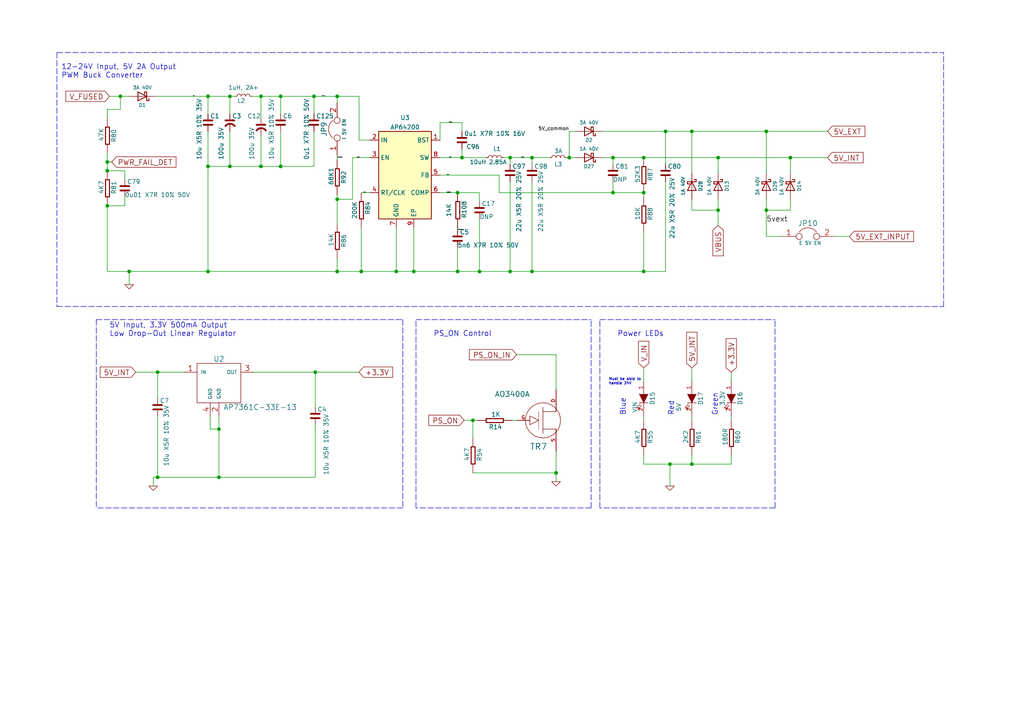
<source format=kicad_sch>
(kicad_sch (version 20211123) (generator eeschema)
  (paper "A4")
  (title_block (title "Duet 2") (date "2023-04-06") (rev "1.06") (company "Duet3D") (comment 1 "https://github.com/T3P3/Duet/blob/master/LICENSE"))
  (lib_symbols
    (symbol "Device:D_Schottky" (pin_numbers hide) (pin_names (offset 1.016) hide)
      (property "Reference" "D" (at 0 2.54 0))
      (property "Value" "D_Schottky" (at 0 -2.54 0))
      (symbol "D_Schottky_0_1"
        (polyline (pts (xy 1.27 0) (xy -1.27 0)))
        (polyline (pts (xy 1.27 1.27) (xy 1.27 -1.27) (xy -1.27 0) (xy 1.27 1.27)) (stroke (width 0.254)))
        (polyline (pts (xy -1.905 0.635) (xy -1.905 1.27) (xy -1.27 1.27) (xy -1.27 -1.27) (xy -0.635 -1.27) (xy -0.635 -0.635)) (stroke (width 0.254)))
      )
      (symbol "D_Schottky_1_1"
        (pin passive line (at -3.81 0 0) (length 2.54) (name "K") (number "1"))
        (pin passive line (at 3.81 0 180) (length 2.54) (name "A") (number "2"))
      )
    )
    (symbol "Duet3:AP64xxx"
      (property "Reference" "U?" (at 0 16.6665 0))
      (property "Value" "AP64xxx" (at 0 13.8914 0))
      (symbol "AP64xxx_0_1"
        (rectangle (start -7.62 12.7) (end 7.62 -12.7) (stroke (width 0.254)) (fill (type background)))
      )
      (symbol "AP64xxx_1_1"
        (pin output line (at 10.16 10.16 180) (length 2.54) (name "BST") (number "1"))
        (pin power_in line (at -10.16 10.16 0) (length 2.54) (name "IN") (number "2"))
        (pin input line (at -10.16 5.08 0) (length 2.54) (name "EN") (number "3"))
        (pin tri_state line (at -10.16 -5.08 0) (length 2.54) (name "RT/CLK") (number "4"))
        (pin input line (at 10.16 0 180) (length 2.54) (name "FB") (number "5"))
        (pin output line (at 10.16 -5.08 180) (length 2.54) (name "COMP") (number "6"))
        (pin power_in line (at -2.54 -15.24 90) (length 2.54) (name "GND") (number "7"))
        (pin power_out line (at 10.16 5.08 180) (length 2.54) (name "SW") (number "8"))
        (pin power_in line (at 2.54 -15.24 90) (length 2.54) (name "EP") (number "9"))
      )
    )
    (symbol "DuetWifi:AP7361C-33E-13" (pin_names (offset 1.016))
      (property "Reference" "U" (at 0 7.62 0))
      (property "Value" "AP7361C-33E-13" (at 1.27 -6.35 0))
      (symbol "AP7361C-33E-13_0_1"
        (rectangle (start -6.35 6.35) (end 6.35 -5.08))
      )
      (symbol "AP7361C-33E-13_1_1"
        (pin power_in line (at -10.16 3.81 0) (length 3.81) (name "IN") (number "1"))
        (pin power_out line (at 0 -8.89 90) (length 3.81) (name "GND") (number "2"))
        (pin power_out line (at 10.16 3.81 180) (length 3.81) (name "OUT") (number "3"))
        (pin power_out line (at -2.54 -8.89 90) (length 3.81) (name "GND") (number "4"))
      )
    )
    (symbol "DuetWifi:BSH105" (pin_names (offset 0.762) hide)
      (property "Reference" "TR" (at -2.4638 6.35 0))
      (property "Value" "BSH105" (at -3.7338 -7.5438 0))
      (symbol "BSH105_0_1"
        (polyline (pts (xy 0 -3.81) (xy 0 3.81)) (stroke (width 0.1524)))
        (polyline (pts (xy 0 -2.54) (xy 3.81 -2.54)))
        (polyline (pts (xy 0 2.54) (xy 3.81 2.54)))
        (polyline (pts (xy -1.27 2.54) (xy -1.27 -2.54) (xy -1.27 -2.54)) (stroke (width 0.1016)))
        (polyline (pts (xy -1.27 0) (xy -3.81 -1.27) (xy -3.81 1.27) (xy -1.27 0) (xy -1.27 0)))
        (circle (center 0 0) (radius 5.08))
      )
      (symbol "BSH105_1_1"
        (pin passive line (at 3.81 8.89 270) (length 6.35) (name "D") (number "D"))
        (pin input line (at -7.62 0 0) (length 3.81) (name "G") (number "G"))
        (pin passive line (at 3.81 -8.89 90) (length 6.35) (name "S") (number "S"))
      )
    )
    (symbol "DuetWifi:C_POL" (pin_numbers hide) (pin_names (offset 0.254))
      (property "Reference" "C" (at 0.635 1.905 0))
      (property "Value" "C_POL" (at 0 -1.905 0))
      (symbol "C_POL_0_0"
        (text "+" (at 0.762 0.889 0) (effects (font (size 0.508 0.508))))
      )
      (symbol "C_POL_0_1"
        (polyline (pts (xy -1.27 0.635) (xy 1.27 0.635)) (stroke (width 0.508)))
        (arc (start 1.397 -1.016) (mid 0.0635 -0.3352) (end -1.27 -1.016) (stroke (width 0.508)))
      )
      (symbol "C_POL_1_1"
        (pin passive line (at 0 2.54 270) (length 1.905) (name "~") (number "1"))
        (pin passive line (at 0 -2.54 90) (length 1.905) (name "~") (number "2"))
      )
    )
    (symbol "DuetWifi:C_SMALL" (pin_numbers hide) (pin_names (offset 0.254))
      (property "Reference" "C" (at 0.635 1.905 0))
      (property "Value" "C_SMALL" (at 0 -1.905 0))
      (symbol "C_SMALL_0_1"
        (polyline (pts (xy -1.27 -0.635) (xy 1.27 -0.635)) (stroke (width 0.508)))
        (polyline (pts (xy -1.27 0.635) (xy 1.27 0.635)) (stroke (width 0.508)))
      )
      (symbol "C_SMALL_1_1"
        (pin passive line (at 0 2.54 270) (length 1.905) (name "~") (number "1"))
        (pin passive line (at 0 -2.54 90) (length 1.905) (name "~") (number "2"))
      )
    )
    (symbol "DuetWifi:GND" (power) (pin_names (offset 0))
      (symbol "GND_0_1"
        (polyline (pts (xy -1.27 0) (xy 0 -1.27) (xy 1.27 0) (xy -1.27 0)))
      )
      (symbol "GND_1_1"
        (pin power_in line (at 0 0 90) (length 0) hide (name "GND") (number "1"))
      )
    )
    (symbol "DuetWifi:JUMPER" (pin_names (offset 0.762) hide)
      (property "Reference" "JP" (at 0 3.81 0))
      (property "Value" "JUMPER" (at 0 -2.032 0))
      (symbol "JUMPER_0_1"
        (circle (center -2.54 0) (radius 0.889))
        (arc (start 2.5146 1.27) (mid 0.0127 2.5097) (end -2.4892 1.27))
        (circle (center 2.54 0) (radius 0.889))
        (pin passive line (at -7.62 0 0) (length 4.191) (name "1") (number "1"))
        (pin passive line (at 7.62 0 180) (length 4.191) (name "2") (number "2"))
      )
    )
    (symbol "DuetWifi:LED" (pin_names (offset 1.016) hide)
      (property "Reference" "D" (at 0 2.54 0))
      (property "Value" "LED" (at 0 -2.54 0))
      (symbol "LED_0_1"
        (polyline (pts (xy 1.27 1.27) (xy 1.27 -1.27)))
        (polyline (pts (xy -1.27 1.27) (xy 1.27 0) (xy -1.27 -1.27)) (fill (type outline)))
        (polyline (pts (xy 1.651 -1.016) (xy 2.794 -2.032) (xy 2.667 -1.397)))
        (polyline (pts (xy 2.032 -0.635) (xy 3.175 -1.651) (xy 3.048 -1.016)))
      )
      (symbol "LED_1_1"
        (pin passive line (at -5.08 0 0) (length 3.81) (name "A") (number "1"))
        (pin passive line (at 5.08 0 180) (length 3.81) (name "K") (number "2"))
      )
    )
    (symbol "DuetWifi:L_MINI" (pin_numbers hide) (pin_names (offset 0) hide)
      (property "Reference" "L" (at -1.905 -1.27 0))
      (property "Value" "L_MINI" (at 0 1.27 0))
      (symbol "L_MINI_0_1"
        (arc (start -1.905 0) (mid -1.27 -0.635) (end -0.635 0))
        (arc (start -0.635 0) (mid 0 -0.635) (end 0.635 0))
        (arc (start 0.635 0) (mid 1.27 -0.635) (end 1.905 0))
      )
      (symbol "L_MINI_1_1"
        (pin passive line (at -2.54 0 0) (length 0.635) (name "A") (number "1"))
        (pin passive line (at 2.54 0 180) (length 0.635) (name "B") (number "2"))
      )
    )
    (symbol "DuetWifi:R_SMALL" (pin_numbers hide) (pin_names (offset 0))
      (property "Reference" "R" (at 1.905 0.2032 90))
      (property "Value" "R_SMALL" (at -1.7272 0.3048 90))
      (symbol "R_SMALL_0_1"
        (rectangle (start -0.508 2.4892) (end 0.635 -2.4892) (stroke (width 0.3048)))
      )
      (symbol "R_SMALL_1_1"
        (pin passive line (at 0 5.08 270) (length 2.54) (name "~") (number "1"))
        (pin passive line (at 0 -5.08 90) (length 2.54) (name "~") (number "2"))
      )
    )
  )
  (junction (at 133.985 45.72))
  (junction (at 31.115 59.69))
  (junction (at 81.407 48.26))
  (junction (at 139.065 78.74))
  (junction (at 91.44 107.95))
  (junction (at 66.675 48.26))
  (junction (at 147.955 78.74))
  (junction (at 193.04 38.1))
  (junction (at 114.935 78.74))
  (junction (at 208.28 60.96))
  (junction (at 45.72 107.95))
  (junction (at 97.79 57.785))
  (junction (at 31.115 46.99))
  (junction (at 194.31 134.62))
  (junction (at 186.69 45.72))
  (junction (at 154.305 78.74))
  (junction (at 200.66 134.62))
  (junction (at 154.305 45.72))
  (junction (at 97.79 78.74))
  (junction (at 75.692 48.26))
  (junction (at 222.25 38.1))
  (junction (at 132.715 78.74))
  (junction (at 147.955 45.72))
  (junction (at 137.16 121.92))
  (junction (at 161.29 137.16))
  (junction (at 63.5 138.43))
  (junction (at 97.79 27.94))
  (junction (at 177.8 45.72))
  (junction (at 60.325 78.74))
  (junction (at 63.5 124.46))
  (junction (at 186.69 55.88))
  (junction (at 208.28 45.72))
  (junction (at 66.675 27.94))
  (junction (at 34.925 27.94))
  (junction (at 165.1 45.72))
  (junction (at 222.25 60.96))
  (junction (at 177.8 55.88))
  (junction (at 229.235 45.72))
  (junction (at 104.775 78.74))
  (junction (at 45.72 138.43))
  (junction (at 132.715 55.88))
  (junction (at 120.015 78.74))
  (junction (at 186.69 78.74))
  (junction (at 81.407 27.94))
  (junction (at 200.66 38.1))
  (junction (at 60.325 27.94))
  (junction (at 31.115 49.53))
  (junction (at 60.325 48.26))
  (junction (at 75.692 27.94))
  (junction (at 91.059 27.94))
  (junction (at 37.465 78.74))
  (wire (pts (xy 102.235 57.785) (xy 97.79 57.785)))
  (wire (pts (xy 208.28 65.405) (xy 208.28 60.96)))
  (wire (pts (xy 63.5 138.43) (xy 91.44 138.43)))
  (wire (pts (xy 174.625 45.72) (xy 177.8 45.72)))
  (polyline (pts (xy 116.84 92.71) (xy 116.84 147.32)))
  (wire (pts (xy 133.985 45.72) (xy 140.97 45.72)))
  (wire (pts (xy 66.675 33.02) (xy 66.675 27.94)))
  (wire (pts (xy 81.407 48.26) (xy 91.059 48.26)))
  (wire (pts (xy 144.78 55.88) (xy 177.8 55.88)))
  (wire (pts (xy 132.715 78.74) (xy 120.015 78.74)))
  (wire (pts (xy 161.29 130.81) (xy 161.29 137.16)))
  (wire (pts (xy 32.385 46.99) (xy 31.115 46.99)))
  (wire (pts (xy 31.115 31.75) (xy 34.925 31.75)))
  (wire (pts (xy 177.8 45.72) (xy 186.69 45.72)))
  (wire (pts (xy 222.25 68.58) (xy 222.25 60.96)))
  (wire (pts (xy 97.79 29.845) (xy 97.79 27.94)))
  (wire (pts (xy 60.325 38.1) (xy 60.325 48.26)))
  (wire (pts (xy 146.05 45.72) (xy 147.955 45.72)))
  (wire (pts (xy 226.695 68.58) (xy 222.25 68.58)))
  (wire (pts (xy 104.14 40.64) (xy 104.14 27.94)))
  (wire (pts (xy 60.325 27.94) (xy 60.325 33.02)))
  (polyline (pts (xy 173.99 147.32) (xy 173.99 92.71)))
  (wire (pts (xy 81.407 27.94) (xy 81.407 33.02)))
  (wire (pts (xy 174.625 38.1) (xy 193.04 38.1)))
  (wire (pts (xy 63.5 124.46) (xy 63.5 138.43)))
  (wire (pts (xy 114.935 78.74) (xy 104.775 78.74)))
  (wire (pts (xy 127.635 35.56) (xy 133.985 35.56)))
  (wire (pts (xy 200.66 38.1) (xy 222.25 38.1)))
  (wire (pts (xy 31.115 46.99) (xy 31.115 49.53)))
  (wire (pts (xy 194.31 134.62) (xy 194.31 140.97)))
  (wire (pts (xy 186.69 67.31) (xy 186.69 78.74)))
  (wire (pts (xy 186.69 134.62) (xy 186.69 132.08)))
  (wire (pts (xy 34.925 27.94) (xy 37.465 27.94)))
  (wire (pts (xy 127.635 45.72) (xy 133.985 45.72)))
  (wire (pts (xy 134.62 121.92) (xy 137.16 121.92)))
  (wire (pts (xy 91.44 107.95) (xy 91.44 118.11)))
  (wire (pts (xy 60.325 27.94) (xy 66.675 27.94)))
  (wire (pts (xy 60.325 48.26) (xy 66.675 48.26)))
  (wire (pts (xy 200.66 121.92) (xy 200.66 120.65)))
  (wire (pts (xy 147.955 52.705) (xy 147.955 78.74)))
  (wire (pts (xy 75.692 48.26) (xy 81.407 48.26)))
  (polyline (pts (xy 27.94 92.71) (xy 116.84 92.71)))
  (wire (pts (xy 193.04 38.1) (xy 200.66 38.1)))
  (wire (pts (xy 91.059 27.94) (xy 91.059 33.02)))
  (wire (pts (xy 193.04 52.705) (xy 193.04 78.74)))
  (wire (pts (xy 200.66 106.68) (xy 200.66 110.49)))
  (wire (pts (xy 60.96 124.46) (xy 63.5 124.46)))
  (wire (pts (xy 194.31 134.62) (xy 200.66 134.62)))
  (wire (pts (xy 37.465 78.74) (xy 60.325 78.74)))
  (wire (pts (xy 229.235 60.96) (xy 222.25 60.96)))
  (wire (pts (xy 31.75 27.94) (xy 34.925 27.94)))
  (wire (pts (xy 107.315 40.64) (xy 104.14 40.64)))
  (wire (pts (xy 137.16 121.92) (xy 138.43 121.92)))
  (wire (pts (xy 200.66 134.62) (xy 212.09 134.62)))
  (wire (pts (xy 137.16 137.16) (xy 161.29 137.16)))
  (wire (pts (xy 44.45 138.43) (xy 45.72 138.43)))
  (wire (pts (xy 91.44 138.43) (xy 91.44 123.19)))
  (wire (pts (xy 37.465 78.74) (xy 37.465 82.55)))
  (wire (pts (xy 97.79 27.94) (xy 91.059 27.94)))
  (wire (pts (xy 154.305 47.625) (xy 154.305 45.72)))
  (wire (pts (xy 127.635 40.64) (xy 127.635 35.56)))
  (wire (pts (xy 66.675 27.94) (xy 68.072 27.94)))
  (wire (pts (xy 132.715 71.755) (xy 132.715 78.74)))
  (wire (pts (xy 161.29 102.87) (xy 149.86 102.87)))
  (wire (pts (xy 31.115 49.53) (xy 36.195 49.53)))
  (wire (pts (xy 186.69 134.62) (xy 194.31 134.62)))
  (wire (pts (xy 75.692 34.29) (xy 75.692 27.94)))
  (wire (pts (xy 91.44 107.95) (xy 104.14 107.95)))
  (polyline (pts (xy 16.51 15.24) (xy 273.685 15.24)))
  (wire (pts (xy 75.692 39.37) (xy 75.692 48.26)))
  (wire (pts (xy 177.8 45.72) (xy 177.8 47.625)))
  (wire (pts (xy 120.015 78.74) (xy 114.935 78.74)))
  (wire (pts (xy 120.015 66.04) (xy 120.015 78.74)))
  (wire (pts (xy 39.37 107.95) (xy 45.72 107.95)))
  (wire (pts (xy 222.25 57.785) (xy 222.25 60.96)))
  (wire (pts (xy 165.1 38.1) (xy 167.005 38.1)))
  (wire (pts (xy 165.1 45.72) (xy 167.005 45.72)))
  (wire (pts (xy 45.72 120.65) (xy 45.72 138.43)))
  (wire (pts (xy 200.66 60.96) (xy 208.28 60.96)))
  (wire (pts (xy 63.5 120.65) (xy 63.5 124.46)))
  (wire (pts (xy 241.935 68.58) (xy 246.38 68.58)))
  (polyline (pts (xy 273.685 88.9) (xy 273.685 15.24)))
  (polyline (pts (xy 16.51 88.9) (xy 273.685 88.9)))
  (polyline (pts (xy 120.65 147.32) (xy 120.65 92.71)))
  (wire (pts (xy 60.325 48.26) (xy 60.325 78.74)))
  (wire (pts (xy 229.235 45.72) (xy 229.235 50.165)))
  (wire (pts (xy 200.66 57.785) (xy 200.66 60.96)))
  (wire (pts (xy 107.315 55.88) (xy 104.775 55.88)))
  (wire (pts (xy 186.69 106.68) (xy 186.69 110.49)))
  (wire (pts (xy 222.25 38.1) (xy 240.03 38.1)))
  (wire (pts (xy 45.72 107.95) (xy 45.72 115.57)))
  (polyline (pts (xy 224.79 147.32) (xy 173.99 147.32)))
  (wire (pts (xy 165.1 38.1) (xy 165.1 45.72)))
  (wire (pts (xy 31.115 34.29) (xy 31.115 31.75)))
  (wire (pts (xy 186.69 78.74) (xy 154.305 78.74)))
  (wire (pts (xy 147.955 78.74) (xy 139.065 78.74)))
  (wire (pts (xy 139.065 63.5) (xy 139.065 78.74)))
  (wire (pts (xy 212.09 134.62) (xy 212.09 132.08)))
  (wire (pts (xy 31.115 44.45) (xy 31.115 46.99)))
  (wire (pts (xy 66.675 48.26) (xy 75.692 48.26)))
  (wire (pts (xy 97.79 57.785) (xy 97.79 56.515)))
  (wire (pts (xy 34.925 31.75) (xy 34.925 27.94)))
  (wire (pts (xy 177.8 52.705) (xy 177.8 55.88)))
  (wire (pts (xy 154.305 52.705) (xy 154.305 78.74)))
  (wire (pts (xy 147.955 45.72) (xy 154.305 45.72)))
  (wire (pts (xy 212.09 107.95) (xy 212.09 110.49)))
  (wire (pts (xy 36.195 59.69) (xy 36.195 57.15)))
  (wire (pts (xy 132.715 55.88) (xy 127.635 55.88)))
  (polyline (pts (xy 173.99 92.71) (xy 224.79 92.71)))
  (wire (pts (xy 73.152 27.94) (xy 75.692 27.94)))
  (polyline (pts (xy 27.94 92.71) (xy 27.94 147.32)))
  (wire (pts (xy 208.28 57.785) (xy 208.28 60.96)))
  (wire (pts (xy 75.692 27.94) (xy 81.407 27.94)))
  (wire (pts (xy 45.72 107.95) (xy 53.34 107.95)))
  (polyline (pts (xy 116.84 147.32) (xy 27.94 147.32)))
  (wire (pts (xy 229.235 57.785) (xy 229.235 60.96)))
  (wire (pts (xy 137.16 127) (xy 137.16 121.92)))
  (wire (pts (xy 139.065 78.74) (xy 132.715 78.74)))
  (wire (pts (xy 212.09 121.92) (xy 212.09 120.65)))
  (wire (pts (xy 97.79 74.93) (xy 97.79 78.74)))
  (wire (pts (xy 161.29 113.03) (xy 161.29 102.87)))
  (wire (pts (xy 161.29 137.16) (xy 161.29 139.7)))
  (wire (pts (xy 114.935 66.04) (xy 114.935 78.74)))
  (wire (pts (xy 36.195 49.53) (xy 36.195 52.07)))
  (wire (pts (xy 193.04 78.74) (xy 186.69 78.74)))
  (wire (pts (xy 144.78 50.8) (xy 144.78 55.88)))
  (polyline (pts (xy 16.51 15.24) (xy 16.51 88.9)))
  (wire (pts (xy 149.86 121.92) (xy 148.59 121.92)))
  (wire (pts (xy 66.675 38.1) (xy 66.675 48.26)))
  (wire (pts (xy 132.715 66.675) (xy 132.715 66.04)))
  (wire (pts (xy 193.04 38.1) (xy 193.04 47.625)))
  (wire (pts (xy 133.985 45.72) (xy 133.985 43.18)))
  (wire (pts (xy 107.315 45.72) (xy 102.235 45.72)))
  (wire (pts (xy 97.79 57.785) (xy 97.79 64.77)))
  (wire (pts (xy 208.28 45.72) (xy 229.235 45.72)))
  (wire (pts (xy 154.305 45.72) (xy 159.385 45.72)))
  (wire (pts (xy 31.115 78.74) (xy 37.465 78.74)))
  (wire (pts (xy 154.305 78.74) (xy 147.955 78.74)))
  (wire (pts (xy 177.8 55.88) (xy 186.69 55.88)))
  (wire (pts (xy 186.69 45.72) (xy 208.28 45.72)))
  (wire (pts (xy 81.407 27.94) (xy 91.059 27.94)))
  (wire (pts (xy 45.085 27.94) (xy 60.325 27.94)))
  (wire (pts (xy 97.79 45.085) (xy 97.79 46.355)))
  (wire (pts (xy 81.407 48.26) (xy 81.407 38.1)))
  (wire (pts (xy 97.79 78.74) (xy 104.775 78.74)))
  (wire (pts (xy 200.66 134.62) (xy 200.66 132.08)))
  (wire (pts (xy 200.66 38.1) (xy 200.66 50.165)))
  (wire (pts (xy 104.775 66.04) (xy 104.775 78.74)))
  (wire (pts (xy 31.115 59.69) (xy 31.115 78.74)))
  (polyline (pts (xy 224.79 147.32) (xy 224.79 92.71)))
  (wire (pts (xy 164.465 45.72) (xy 165.1 45.72)))
  (wire (pts (xy 127.635 50.8) (xy 144.78 50.8)))
  (wire (pts (xy 186.69 121.92) (xy 186.69 120.65)))
  (wire (pts (xy 102.235 45.72) (xy 102.235 57.785)))
  (wire (pts (xy 186.69 55.88) (xy 186.69 57.15)))
  (wire (pts (xy 229.235 45.72) (xy 240.03 45.72)))
  (wire (pts (xy 45.72 138.43) (xy 63.5 138.43)))
  (wire (pts (xy 73.66 107.95) (xy 91.44 107.95)))
  (wire (pts (xy 147.955 47.625) (xy 147.955 45.72)))
  (polyline (pts (xy 120.65 92.71) (xy 171.45 92.71)))
  (wire (pts (xy 91.059 48.26) (xy 91.059 38.1)))
  (wire (pts (xy 104.14 27.94) (xy 97.79 27.94)))
  (wire (pts (xy 60.96 120.65) (xy 60.96 124.46)))
  (wire (pts (xy 139.065 58.42) (xy 139.065 55.88)))
  (polyline (pts (xy 171.45 147.32) (xy 171.45 92.71)))
  (wire (pts (xy 222.25 38.1) (xy 222.25 50.165)))
  (wire (pts (xy 208.28 45.72) (xy 208.28 50.165)))
  (wire (pts (xy 44.45 138.43) (xy 44.45 140.97)))
  (wire (pts (xy 31.115 59.69) (xy 36.195 59.69)))
  (wire (pts (xy 139.065 55.88) (xy 132.715 55.88)))
  (wire (pts (xy 133.985 35.56) (xy 133.985 38.1)))
  (wire (pts (xy 60.325 78.74) (xy 97.79 78.74)))
  (polyline (pts (xy 171.45 147.32) (xy 120.65 147.32)))
  (text "Red" (at 195.58 120.65 90) (effects (font (size 1.524 1.524)) (justify left bottom)))
  (text "12-24V Input, 5V 2A Output\nPWM Buck Converter\n" (at 17.78 22.86 0) (effects (font (size 1.524 1.524)) (justify left bottom)))
  (text "Green" (at 208.28 120.65 90) (effects (font (size 1.524 1.524)) (justify left bottom)))
  (text "Must be able to\nhandle 24V" (at 176.53 111.76 0) (effects (font (size 0.762 0.762)) (justify left bottom)))
  (text "Power LEDs" (at 179.07 97.79 0) (effects (font (size 1.524 1.524)) (justify left bottom)))
  (text "5V Input, 3.3V 500mA Output\nLow Drop-Out Linear Regulator" (at 31.75 97.79 0) (effects (font (size 1.524 1.524)) (justify left bottom)))
  (text "PS_ON Control" (at 125.73 97.79 0) (effects (font (size 1.524 1.524)) (justify left bottom)))
  (text "Blue" (at 181.61 120.65 90) (effects (font (size 1.524 1.524)) (justify left bottom)))
  (label "5vcompcap" (at 132.715 66.675 0) (effects (font (size 0.2 0.2))))
  (label "vin" (at 55.88 27.94 0) (effects (font (size 0.2 0.2))))
  (label "5vout" (at 151.13 45.72 0) (effects (font (size 0.2 0.2))))
  (label "5vrt" (at 105.41 55.88 0) (effects (font (size 0.2 0.2))))
  (label "5vfb" (at 129.54 50.8 0) (effects (font (size 0.2 0.2))))
  (label "5vbst" (at 130.175 35.56 0) (effects (font (size 0.2 0.2))))
  (label "5v_in" (at 93.345 27.94 0) (effects (font (size 0.2 0.2))))
  (label "5ven" (at 103.505 45.72 0) (effects (font (size 0.2 0.2))))
  (label "5vext" (at 222.25 64.77 0) (effects (font (size 1.524 1.524))))
  (label "5V_common" (at 165.1 38.1 180) (effects (font (size 1 1))))
  (label "5venjump" (at 97.79 45.72 0) (effects (font (size 0.2 0.2))))
  (label "5vsw" (at 130.175 45.72 0) (effects (font (size 0.2 0.2))))
  (label "5vcomp" (at 129.54 55.88 0) (effects (font (size 0.2 0.2))))
  (global_label "PS_ON" (shape input) (at 134.62 121.92 180) (effects (font (size 1.524 1.524))) (property "Intersheet References" "${INTERSHEET_REFS}" (effects hide)))
  (global_label "5V_INT" (shape input) (at 200.66 106.68 90) (effects (font (size 1.524 1.524))) (property "Intersheet References" "${INTERSHEET_REFS}" (effects hide)))
  (global_label "PS_ON_IN" (shape input) (at 149.86 102.87 180) (effects (font (size 1.524 1.524))) (property "Intersheet References" "${INTERSHEET_REFS}" (effects hide)))
  (global_label "+3.3V" (shape input) (at 212.09 107.95 90) (effects (font (size 1.524 1.524))) (property "Intersheet References" "${INTERSHEET_REFS}" (effects hide)))
  (global_label "5V_INT" (shape input) (at 240.03 45.72 0) (effects (font (size 1.524 1.524))) (property "Intersheet References" "${INTERSHEET_REFS}" (effects hide)))
  (global_label "V_IN" (shape input) (at 186.69 106.68 90) (effects (font (size 1.524 1.524))) (property "Intersheet References" "${INTERSHEET_REFS}" (effects hide)))
  (global_label "V_FUSED" (shape input) (at 31.75 27.94 180) (effects (font (size 1.524 1.524))) (property "Intersheet References" "${INTERSHEET_REFS}" (effects hide)))
  (global_label "+3.3V" (shape input) (at 104.14 107.95 0) (effects (font (size 1.524 1.524))) (property "Intersheet References" "${INTERSHEET_REFS}" (effects hide)))
  (global_label "PWR_FAIL_DET" (shape input) (at 32.385 46.99 0) (effects (font (size 1.524 1.524))) (property "Intersheet References" "${INTERSHEET_REFS}" (effects hide)))
  (global_label "5V_EXT" (shape input) (at 240.03 38.1 0) (effects (font (size 1.524 1.524))) (property "Intersheet References" "${INTERSHEET_REFS}" (effects hide)))
  (global_label "5V_EXT_INPUT" (shape input) (at 246.38 68.58 0) (effects (font (size 1.524 1.524))) (property "Intersheet References" "${INTERSHEET_REFS}" (effects hide)))
  (global_label "VBUS" (shape input) (at 208.28 65.405 270) (effects (font (size 1.524 1.524))) (property "Intersheet References" "${INTERSHEET_REFS}" (effects hide)))
  (global_label "5V_INT" (shape input) (at 39.37 107.95 180) (effects (font (size 1.524 1.524))) (property "Intersheet References" "${INTERSHEET_REFS}" (effects hide)))
  (symbol (lib_id "DuetWifi:GND") (at 37.465 82.55 0) (unit 1)
    (property "Reference" "#PWR049" (effects hide))
    (property "Value" "GND" (effects hide))
  )
  (symbol (lib_id "DuetWifi:GND") (at 44.45 140.97 0) (unit 1)
    (property "Reference" "#PWR048" (effects hide))
    (property "Value" "GND" (effects hide))
  )
  (symbol (lib_id "Device:D_Schottky") (at 208.28 53.975 270) (unit 1)
    (property "Reference" "D13" (at 210.82 53.975 0) (effects (font (size 1.016 1.016))))
    (property "Value" "1A 40V" (at 205.74 53.975 0) (effects (font (size 1.016 1.016))))
    (property "Footprint" "Diode_SMD:D_SOD-123F" (effects hide))
    (property "Part Number" "DSS14UTR / RB162MM-40TR" (effects hide))
  )
  (symbol (lib_id "Device:D_Schottky") (at 41.275 27.94 180) (unit 1)
    (property "Reference" "D1" (at 41.275 30.48 0) (effects (font (size 1.016 1.016))))
    (property "Value" "3A 40V" (at 41.275 25.4 0) (effects (font (size 1.016 1.016))))
    (property "Footprint" "Diode_SMD:D_SMA" (effects hide))
    (property "Part Number" "SK34ATR" (effects hide))
  )
  (symbol (lib_id "DuetWifi:JUMPER") (at 97.79 37.465 90) (unit 1)
    (property "Reference" "JP9" (at 93.98 37.465 0) (effects (font (size 1.524 1.524))))
    (property "Value" "I 5V EN" (at 99.822 37.465 0) (effects (font (size 1.016 1.016))))
    (property "Footprint" "complib:JUMPER" (effects hide))
    (property "Part Number" "THS-02-R" (effects hide))
  )
  (symbol (lib_id "DuetWifi:JUMPER") (at 234.315 68.58 0) (unit 1)
    (property "Reference" "JP10" (at 234.315 64.77 0) (effects (font (size 1.524 1.524))))
    (property "Value" "E 5V EN" (at 234.95 70.485 0) (effects (font (size 1.016 1.016))))
    (property "Footprint" "complib:JUMPER" (effects hide))
    (property "Part Number" "THS-02-R" (effects hide))
  )
  (symbol (lib_id "DuetWifi:GND") (at 161.29 139.7 0) (unit 1)
    (property "Reference" "#PWR047" (effects hide))
    (property "Value" "GND" (effects hide))
  )
  (symbol (lib_id "DuetWifi:BSH105") (at 157.48 121.92 0) (unit 1)
    (property "Reference" "TR7" (at 156.21 129.54 0) (effects (font (size 1.778 1.778))))
    (property "Value" "AO3400A" (at 148.59 114.3 0) (effects (font (size 1.524 1.524))))
    (property "Footprint" "complib:SOT-23" (effects hide))
    (property "Part Number" "AO3400A / AOSS32334C" (effects hide))
  )
  (symbol (lib_id "DuetWifi:LED") (at 186.69 115.57 270) (unit 1)
    (property "Reference" "D15" (at 189.23 115.57 0))
    (property "Value" "VIN" (at 184.15 118.11 0))
    (property "Footprint" "complib:D_0603" (effects hide))
    (property "Part Number" "150060BS75000" (effects hide))
  )
  (symbol (lib_id "DuetWifi:GND") (at 194.31 140.97 0) (unit 1)
    (property "Reference" "#PWR046" (effects hide))
    (property "Value" "GND" (effects hide))
  )
  (symbol (lib_id "DuetWifi:LED") (at 200.66 115.57 270) (unit 1)
    (property "Reference" "D17" (at 203.2 115.57 0))
    (property "Value" "5V" (at 196.85 118.11 0))
    (property "Footprint" "complib:D_0603" (effects hide))
    (property "Part Number" "150060RS75000" (effects hide))
  )
  (symbol (lib_id "DuetWifi:LED") (at 212.09 115.57 270) (unit 1)
    (property "Reference" "D16" (at 214.63 115.57 0))
    (property "Value" "3.3V" (at 209.55 115.57 0))
    (property "Footprint" "complib:D_0603" (effects hide))
    (property "Part Number" "150060VS75000" (effects hide))
  )
  (symbol (lib_id "DuetWifi:L_MINI") (at 143.51 45.72 180) (unit 1)
    (property "Reference" "L1" (at 144.145 43.18 0) (effects (font (size 1.2 1.2))))
    (property "Value" "10uH 2.85A" (at 141.605 46.99 0) (effects (font (size 1.2 1.2))))
    (property "Footprint" "complib:L_6x6" (effects hide))
    (property "Part Number" "74404064100" (effects hide))
  )
  (symbol (lib_id "DuetWifi:C_POL") (at 66.675 35.56 0) (unit 1)
    (property "Reference" "C3" (at 67.31 33.655 0) (effects (justify left)))
    (property "Value" "100u 35V" (at 64.135 46.355 90) (effects (justify left)))
    (property "Footprint" "complib:C_ELEC_6.3x7.7" (effects hide))
    (property "Part Number" "865080545012" (effects hide))
  )
  (symbol (lib_id "DuetWifi:C_SMALL") (at 132.715 69.215 0) (unit 1)
    (property "Reference" "C5" (at 133.35 67.31 0) (effects (justify left)))
    (property "Value" "5n6 X7R 10% 50V" (at 132.715 71.12 0) (effects (justify left)))
    (property "Footprint" "Capacitor_SMD:C_0603_1608Metric_Wbry" (effects hide))
    (property "Part Number" "CL10B562KB8NNNC" (effects hide))
  )
  (symbol (lib_id "DuetWifi:C_SMALL") (at 60.325 35.56 0) (unit 1)
    (property "Reference" "C1" (at 60.96 33.655 0) (effects (justify left)))
    (property "Value" "10u X5R 10% 35V" (at 57.785 46.355 90) (effects (justify left)))
    (property "Footprint" "Capacitor_SMD:C_1206_3216Metric" (effects hide))
    (property "Part Number" "GMK316BJ106KL-T" (effects hide))
  )
  (symbol (lib_id "DuetWifi:C_SMALL") (at 133.985 40.64 0) (unit 1)
    (property "Reference" "C96" (at 135.255 42.545 0) (effects (justify left)))
    (property "Value" "0u1 X7R 10% 16V" (at 134.62 38.735 0) (effects (justify left)))
    (property "Footprint" "Capacitor_SMD:C_0603_1608Metric_Wbry" (effects hide))
    (property "Part Number" "CL10B104KO8NNNC" (effects hide))
  )
  (symbol (lib_id "DuetWifi:C_SMALL") (at 91.44 120.65 0) (unit 1)
    (property "Reference" "C4" (at 92.075 118.745 0) (effects (justify left)))
    (property "Value" "10u X5R 10% 35V" (at 94.615 137.795 90) (effects (justify left)))
    (property "Footprint" "Capacitor_SMD:C_1206_3216Metric" (effects hide))
    (property "Part Number" "GMK316BJ106KL-T" (effects hide))
  )
  (symbol (lib_id "DuetWifi:C_SMALL") (at 147.955 50.165 0) (unit 1)
    (property "Reference" "C97" (at 148.59 48.26 0) (effects (justify left)))
    (property "Value" "22u X5R 20% 25V" (at 150.495 67.31 90) (effects (justify left)))
    (property "Footprint" "Capacitor_SMD:C_0805_2012Metric" (effects hide))
    (property "Part Number" "GRM21BR61E226ME44L" (effects hide))
  )
  (symbol (lib_id "DuetWifi:R_SMALL") (at 104.775 60.96 0) (unit 1)
    (property "Reference" "R84" (at 106.68 60.325 90))
    (property "Value" "200K" (at 102.87 60.96 90))
    (property "Footprint" "Resistor_SMD:R_0603_1608Metric_Wbry" (effects hide))
    (property "Part Number" "RC0603FR-07200KL" (effects hide))
  )
  (symbol (lib_id "DuetWifi:R_SMALL") (at 137.16 132.08 0) (unit 1)
    (property "Reference" "R54" (at 139.065 131.8768 90))
    (property "Value" "4K7" (at 135.4328 131.7752 90))
    (property "Footprint" "Resistor_SMD:R_0603_1608Metric_Wbry" (effects hide))
    (property "Part Number" "ERJ3EKF4701V" (effects hide))
  )
  (symbol (lib_id "DuetWifi:R_SMALL") (at 186.69 127 0) (unit 1)
    (property "Reference" "R55" (at 188.595 126.7968 90))
    (property "Value" "4K7" (at 184.9628 126.6952 90))
    (property "Footprint" "Resistor_SMD:R_0603_1608Metric_Wbry" (effects hide))
    (property "Part Number" "ERJ3EKF4701V" (effects hide))
  )
  (symbol (lib_id "DuetWifi:R_SMALL") (at 200.66 127 0) (unit 1)
    (property "Reference" "R61" (at 202.565 126.7968 90))
    (property "Value" "2K2" (at 198.9328 126.6952 90))
    (property "Footprint" "Resistor_SMD:R_0603_1608Metric_Wbry" (effects hide))
    (property "Part Number" "RMCF0603FT2K20" (effects hide))
  )
  (symbol (lib_id "DuetWifi:R_SMALL") (at 212.09 127 0) (unit 1)
    (property "Reference" "R60" (at 213.995 126.7968 90))
    (property "Value" "180R" (at 210.3628 126.6952 90))
    (property "Footprint" "Resistor_SMD:R_0603_1608Metric_Wbry" (effects hide))
    (property "Part Number" "ERJ3EKF1800V" (effects hide))
  )
  (symbol (lib_id "DuetWifi:R_SMALL") (at 186.69 62.23 0) (unit 1)
    (property "Reference" "R88" (at 188.595 62.0268 90))
    (property "Value" "10K" (at 184.9628 61.9252 90))
    (property "Footprint" "Resistor_SMD:R_0603_1608Metric_Wbry" (effects hide))
    (property "Part Number" "RMCF0603FT10K0" (effects hide))
  )
  (symbol (lib_id "DuetWifi:R_SMALL") (at 186.69 50.8 0) (unit 1)
    (property "Reference" "R87" (at 188.595 50.5968 90))
    (property "Value" "52K3" (at 184.9628 50.4952 90))
    (property "Footprint" "Resistor_SMD:R_0603_1608Metric_Wbry" (effects hide))
    (property "Part Number" "RC0603FR-0752K3L" (effects hide))
  )
  (symbol (lib_id "DuetWifi:L_MINI") (at 70.612 27.94 180) (unit 1)
    (property "Reference" "L2" (at 69.977 29.21 0) (effects (font (size 1.2 1.2))))
    (property "Value" "1uH, 2A+" (at 70.612 25.4 0) (effects (font (size 1.2 1.2))))
    (property "Footprint" "Inductor_SMD:L_1210_3225Metric" (effects hide))
    (property "Part Number" "BRL3225T1R0M" (effects hide))
  )
  (symbol (lib_id "DuetWifi:C_SMALL") (at 81.407 35.56 0) (unit 1)
    (property "Reference" "C6" (at 82.042 33.655 0) (effects (justify left)))
    (property "Value" "10u X5R 10% 35V" (at 78.74 46.355 90) (effects (justify left)))
    (property "Footprint" "Capacitor_SMD:C_1206_3216Metric" (effects hide))
    (property "Part Number" "GMK316BJ106KL-T" (effects hide))
  )
  (symbol (lib_id "DuetWifi:C_SMALL") (at 45.72 118.11 0) (unit 1)
    (property "Reference" "C7" (at 46.355 116.205 0) (effects (justify left)))
    (property "Value" "10u X5R 10% 35V" (at 48.26 135.255 90) (effects (justify left)))
    (property "Footprint" "Capacitor_SMD:C_1206_3216Metric" (effects hide))
    (property "Part Number" "GMK316BJ106KL-T" (effects hide))
  )
  (symbol (lib_id "DuetWifi:L_MINI") (at 161.925 45.72 180) (unit 1)
    (property "Reference" "L3" (at 161.925 47.625 0) (effects (font (size 1.2 1.2))))
    (property "Value" "3A" (at 161.925 43.815 0) (effects (font (size 1.2 1.2))))
    (property "Footprint" "Inductor_SMD:L_0805_2012Metric" (effects hide))
    (property "Part Number" "742792031 / MPZ2012S221AT000" (effects hide))
  )
  (symbol (lib_id "DuetWifi:C_POL") (at 75.692 36.83 0) (unit 1)
    (property "Reference" "C12" (at 71.755 33.655 0) (effects (justify left)))
    (property "Value" "100u 35V" (at 73.025 46.355 90) (effects (justify left)))
    (property "Footprint" "complib:C_ELEC_6.3x7.7" (effects hide))
    (property "Part Number" "865080545012" (effects hide))
  )
  (symbol (lib_id "DuetWifi:R_SMALL") (at 31.115 39.37 0) (unit 1)
    (property "Reference" "R80" (at 33.02 39.37 90))
    (property "Value" "47K" (at 29.3878 39.0652 90))
    (property "Footprint" "Resistor_SMD:R_0603_1608Metric_Wbry" (effects hide))
    (property "Part Number" "CR0603-FX-4702ELF" (effects hide))
  )
  (symbol (lib_id "DuetWifi:R_SMALL") (at 31.115 54.61 0) (unit 1)
    (property "Reference" "R81" (at 33.02 54.4068 90))
    (property "Value" "4K7" (at 29.3878 54.3052 90))
    (property "Footprint" "Resistor_SMD:R_0603_1608Metric_Wbry" (effects hide))
    (property "Part Number" "ERJ3EKF4701V" (effects hide))
  )
  (symbol (lib_id "DuetWifi:C_SMALL") (at 177.8 50.165 0) (unit 1)
    (property "Reference" "C81" (at 178.435 48.26 0) (effects (justify left)))
    (property "Value" "DNP" (at 177.8 52.07 0) (effects (justify left)))
    (property "Footprint" "Capacitor_SMD:C_0603_1608Metric_Wbry" (effects hide))
    (property "Part Number" "DNP" (effects hide))
  )
  (symbol (lib_id "DuetWifi:C_SMALL") (at 36.195 54.61 0) (unit 1)
    (property "Reference" "C79" (at 36.83 52.705 0) (effects (justify left)))
    (property "Value" "0u01 X7R 10% 50V" (at 36.195 56.515 0) (effects (justify left)))
    (property "Footprint" "Capacitor_SMD:C_0603_1608Metric_Wbry" (effects hide))
    (property "Part Number" "CL10B103KB8NNNC" (effects hide))
  )
  (symbol (lib_id "DuetWifi:R_SMALL") (at 143.51 121.92 270) (unit 1)
    (property "Reference" "R14" (at 143.7132 123.825 90))
    (property "Value" "1K" (at 143.8148 120.1928 90))
    (property "Footprint" "Resistor_SMD:R_0603_1608Metric_Wbry" (effects hide))
    (property "Part Number" "ERJ3EKF1001V" (effects hide))
  )
  (symbol (lib_id "DuetWifi:AP7361C-33E-13") (at 63.5 111.76 0) (unit 1)
    (property "Reference" "U2" (at 63.5 104.14 0) (effects (font (size 1.524 1.524))))
    (property "Value" "AP7361C-33E-13" (at 64.77 118.11 0) (effects (font (size 1.524 1.524)) (justify left)))
    (property "Footprint" "complib:SOT-223" (effects hide))
    (property "Part Number" "AP7361C-33E-13" (effects hide))
  )
  (symbol (lib_id "DuetWifi:C_SMALL") (at 91.059 35.56 0) (unit 1)
    (property "Reference" "C125" (at 91.694 33.655 0) (effects (justify left)))
    (property "Value" "0u1 X7R 10% 50V" (at 88.9 46.355 90) (effects (justify left)))
    (property "Footprint" "Capacitor_SMD:C_0603_1608Metric_Wbry" (effects hide))
    (property "Part Number" "CL10B104KB8NNNC" (effects hide))
  )
  (symbol (lib_id "DuetWifi:R_SMALL") (at 132.715 60.96 0) (unit 1)
    (property "Reference" "R108" (at 134.62 60.7568 90))
    (property "Value" "14K" (at 130.175 60.96 90))
    (property "Footprint" "Resistor_SMD:R_0603_1608Metric_Wbry" (effects hide))
    (property "Part Number" "RC0603FR-0714KL" (effects hide))
  )
  (symbol (lib_id "Device:D_Schottky") (at 200.66 53.975 270) (unit 1)
    (property "Reference" "D28" (at 203.2 53.975 0) (effects (font (size 1.016 1.016))))
    (property "Value" "1A 40V" (at 198.12 53.975 0) (effects (font (size 1.016 1.016))))
    (property "Footprint" "Diode_SMD:D_SOD-123F" (effects hide))
    (property "Part Number" "DSS14UTR / RB162MM-40TR" (effects hide))
  )
  (symbol (lib_id "DuetWifi:C_SMALL") (at 139.065 60.96 0) (unit 1)
    (property "Reference" "C17" (at 139.7 59.055 0) (effects (justify left)))
    (property "Value" "DNP" (at 139.065 62.865 0) (effects (justify left)))
    (property "Footprint" "Capacitor_SMD:C_0603_1608Metric_Wbry" (effects hide))
    (property "Part Number" "DNP" (effects hide))
  )
  (symbol (lib_id "Device:D_Schottky") (at 222.25 53.975 270) (unit 1)
    (property "Reference" "D29" (at 224.79 53.975 0) (effects (font (size 1.016 1.016))))
    (property "Value" "3A 40V" (at 219.71 53.975 0) (effects (font (size 1.016 1.016))))
    (property "Footprint" "Diode_SMD:D_SMA" (effects hide))
    (property "Part Number" "SK34ATR" (effects hide))
  )
  (symbol (lib_id "DuetWifi:C_SMALL") (at 193.04 50.165 0) (unit 1)
    (property "Reference" "C80" (at 193.675 48.26 0) (effects (justify left)))
    (property "Value" "22u X5R 20% 25V" (at 194.945 69.215 90) (effects (justify left)))
    (property "Footprint" "Capacitor_SMD:C_0805_2012Metric" (effects hide))
    (property "Part Number" "GRM21BR61E226ME44L" (effects hide))
  )
  (symbol (lib_id "DuetWifi:R_SMALL") (at 97.79 69.85 0) (unit 1)
    (property "Reference" "R86" (at 99.695 69.85 90))
    (property "Value" "14K" (at 96.0628 69.5452 90))
    (property "Footprint" "Resistor_SMD:R_0603_1608Metric_Wbry" (effects hide))
    (property "Part Number" "RC0603FR-0714KL" (effects hide))
  )
  (symbol (lib_id "DuetWifi:C_SMALL") (at 154.305 50.165 0) (unit 1)
    (property "Reference" "C98" (at 154.94 48.26 0) (effects (justify left)))
    (property "Value" "22u X5R 20% 25V" (at 156.845 67.31 90) (effects (justify left)))
    (property "Footprint" "Capacitor_SMD:C_0805_2012Metric" (effects hide))
    (property "Part Number" "GRM21BR61E226ME44L" (effects hide))
  )
  (symbol (lib_id "DuetWifi:R_SMALL") (at 97.79 51.435 0) (unit 1)
    (property "Reference" "R92" (at 99.695 51.435 90))
    (property "Value" "68K1" (at 96.0628 51.1302 90))
    (property "Footprint" "Resistor_SMD:R_0603_1608Metric_Wbry" (effects hide))
    (property "Part Number" "RC0603FR-0768K1L" (effects hide))
  )
  (symbol (lib_id "Device:D_Schottky") (at 229.235 53.975 270) (unit 1)
    (property "Reference" "D14" (at 231.775 53.975 0) (effects (font (size 1.016 1.016))))
    (property "Value" "1A 40V" (at 226.695 53.975 0) (effects (font (size 1.016 1.016))))
    (property "Footprint" "Diode_SMD:D_SOD-123F" (effects hide))
    (property "Part Number" "DSS14UTR / RB162MM-40TR" (effects hide))
  )
  (symbol (lib_id "Duet3:AP64xxx") (at 117.475 50.8 0) (unit 1)
    (property "Reference" "U3" (at 117.475 34.1335 0))
    (property "Value" "AP64200" (at 117.475 36.9086 0))
    (property "Footprint" "complib:SO8_EP1_DiodesInc" (effects hide))
    (property "Part Number" "AP64200SP-13" (effects hide))
  )
  (symbol (lib_id "Device:D_Schottky") (at 170.815 38.1 180) (unit 1)
    (property "Reference" "D2" (at 170.815 40.64 0) (effects (font (size 1.016 1.016))))
    (property "Value" "3A 40V" (at 170.815 35.56 0) (effects (font (size 1.016 1.016))))
    (property "Footprint" "Diode_SMD:D_SMA" (effects hide))
    (property "Part Number" "SK34ATR" (effects hide))
  )
  (symbol (lib_id "Device:D_Schottky") (at 170.815 45.72 180) (unit 1)
    (property "Reference" "D27" (at 170.815 48.26 0) (effects (font (size 1.016 1.016))))
    (property "Value" "1A 40V" (at 170.815 43.18 0) (effects (font (size 1.016 1.016))))
    (property "Footprint" "Diode_SMD:D_SOD-123F" (effects hide))
    (property "Part Number" "DSS14UTR / RB162MM-40TR" (effects hide))
  )
)
</source>
